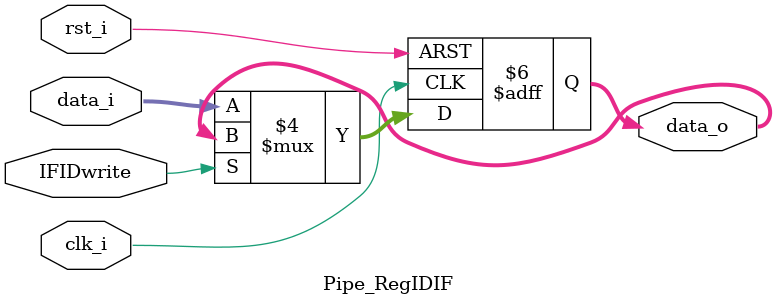
<source format=v>
module Pipe_RegIDIF(
            rst_i,
			clk_i,   
			data_i,
			data_o,
			IFIDwrite
);
					
parameter size = 0;
input 					 IFIDwrite;
input                    rst_i;
input                    clk_i;		  
input      [size-1: 0] data_i;
output reg [size-1: 0] data_o;
	  
always @(posedge clk_i or negedge  rst_i) begin
	if( rst_i == 0) data_o <= 0;
	else if (IFIDwrite) data_o <=data_o;
    else data_o <= data_i;
end

endmodule	
</source>
